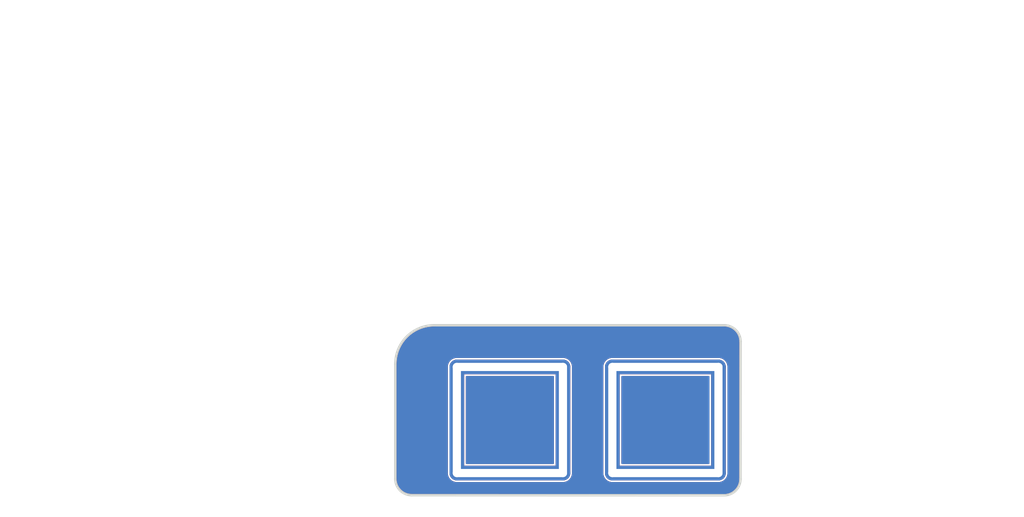
<source format=kicad_pcb>
(kicad_pcb (version 20240108) (generator "pcbnew") (generator_version "8.0")
  (title_block (title "Sandy") (date "2023-01-06") (rev "v.0") (company "@jpskenn"))
  (layers (0 "F.Cu" signal) (31 "B.Cu" signal) (34 "B.Paste" user) (35 "F.Paste" user) (36 "B.SilkS" user "B.Silkscreen") (37 "F.SilkS" user "F.Silkscreen") (38 "B.Mask" user) (39 "F.Mask" user) (44 "Edge.Cuts" user))
  (net 0 "")
  (footprint "locallib:SandyLP_outline_Mid_Isolated_Area_gentle_corner" (layer "F.Cu") (at 68.683435 59.15028)
    (property "Reference" "Cutout1" (hide yes))
    (property "Value" "60_Outline" (hide yes))
    (fp_line (start -42.6125 -2.314214) (end -42.6125 -16.36879) (stroke (width 0.3)) (layer "Edge.Cuts"))
    (fp_line (start -40.6125 -0.314214) (end -2.325 -0.3) (stroke (width 0.3)) (layer "Edge.Cuts"))
    (fp_line (start -37.85 -21.13129) (end -2.315 -21.13129) (stroke (width 0.3)) (layer "Edge.Cuts"))
    (fp_line (start -0.325 -2.3) (end -0.315 -19.13129) (stroke (width 0.3)) (layer "Edge.Cuts"))
    (fp_arc (start -42.6125 -16.36879) (mid -41.217596 -19.736386) (end -37.85 -21.13129) (stroke (width 0.3)) (layer "Edge.Cuts"))
    (fp_arc (start -40.6125 -0.314214) (mid -42.026714 -0.9) (end -42.6125 -2.314214) (stroke (width 0.3)) (layer "Edge.Cuts"))
    (fp_arc (start -2.315 -21.13129) (mid -0.900774 -20.545516) (end -0.315 -19.13129) (stroke (width 0.3)) (layer "Edge.Cuts"))
    (fp_arc (start -0.325 -2.3) (mid -0.910786 -0.885786) (end -2.325 -0.3) (stroke (width 0.3)) (layer "Edge.Cuts"))
  )
  (footprint "locallib:MX-Switch-Hole-with-narrow-frame" (layer "F.Cu") (at 40.108435 49.62528)
    (property "Reference" "SW_TAB1" (hide yes))
    (property "Value" "SW_Push")
    (pad "" np_thru_hole roundrect (at -6.5 0 90) (size 14.8 1.8) (drill oval 14 1) (layers "F&B.Cu" "*.Mask") (roundrect_rratio 0.5))
    (pad "" np_thru_hole roundrect (at 0 -6.5) (size 14.8 1.8) (drill oval 14 1) (layers "F&B.Cu" "*.Mask") (roundrect_rratio 0.5))
    (pad "" np_thru_hole roundrect (at 0 6.5) (size 14.8 1.8) (drill oval 14 1) (layers "F&B.Cu" "*.Mask") (roundrect_rratio 0.5))
    (pad "" np_thru_hole roundrect (at 6.5 0 90) (size 14.8 1.8) (drill oval 14 1) (layers "F&B.Cu" "*.Mask") (roundrect_rratio 0.5))
  )
  (footprint "locallib:MX-Switch-Hole-with-narrow-frame" (layer "F.Cu") (at 59.158435 49.62528)
    (property "Reference" "SW_Q1" (hide yes))
    (property "Value" "SW_Push")
    (pad "" np_thru_hole roundrect (at -6.5 0 90) (size 14.8 1.8) (drill oval 14 1) (layers "F&B.Cu" "*.Mask") (roundrect_rratio 0.5))
    (pad "" np_thru_hole roundrect (at 0 -6.5) (size 14.8 1.8) (drill oval 14 1) (layers "F&B.Cu" "*.Mask") (roundrect_rratio 0.5))
    (pad "" np_thru_hole roundrect (at 0 6.5) (size 14.8 1.8) (drill oval 14 1) (layers "F&B.Cu" "*.Mask") (roundrect_rratio 0.5))
    (pad "" np_thru_hole roundrect (at 6.5 0 90) (size 14.8 1.8) (drill oval 14 1) (layers "F&B.Cu" "*.Mask") (roundrect_rratio 0.5))
  )
  (footprint "locallib:MXOnly-1U-Hotswap-guide-dummy" (layer "B.Cu") (at 59.158435 49.62528 180)
    (property "Reference" "SW_P1")
    (property "Value" "SW_Push")
  )
  (footprint "locallib:MXOnly-1U-Hotswap-guide-dummy" (layer "B.Cu") (at 40.108435 49.62528 180)
    (property "Reference" "SW_BS1")
    (property "Value" "SW_Push")
  )
  (zone (net 0) (net_name "") (layers "F&B.Cu") (connect_pads (clearance 0.2)) (min_thickness 0.2) (fill yes (thermal_gap 0.3) (thermal_bridge_width 0.5))
    (polygon (pts (xy 73.445935 61.53153) (xy 13.914685 61.53153) (xy 13.914685 21.05028) (xy 73.445935 21.05028)))
  )
)
</source>
